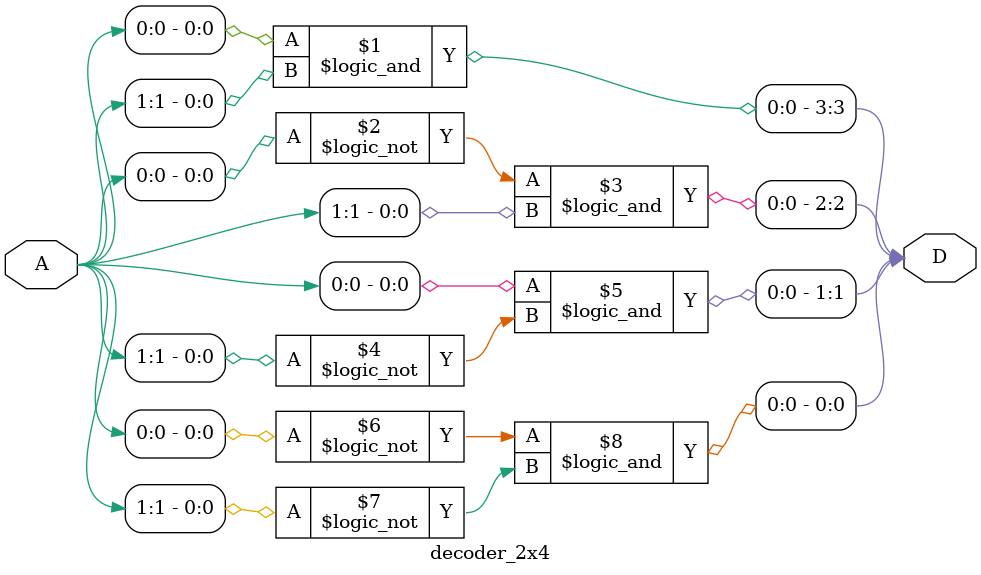
<source format=v>
`timescale 1ns / 1ps


module decoder_2x4(
    input[1:0] A,
    output[3:0] D
    );
    assign D[3] = (A[0]) && (A[1]);
    assign D[2] = (!(A[0])) && (A[1]);
    assign D[1] = (A[0]) && (!(A[1]));
    assign D[0] = (!(A[0])) && (!(A[1]));
endmodule

</source>
